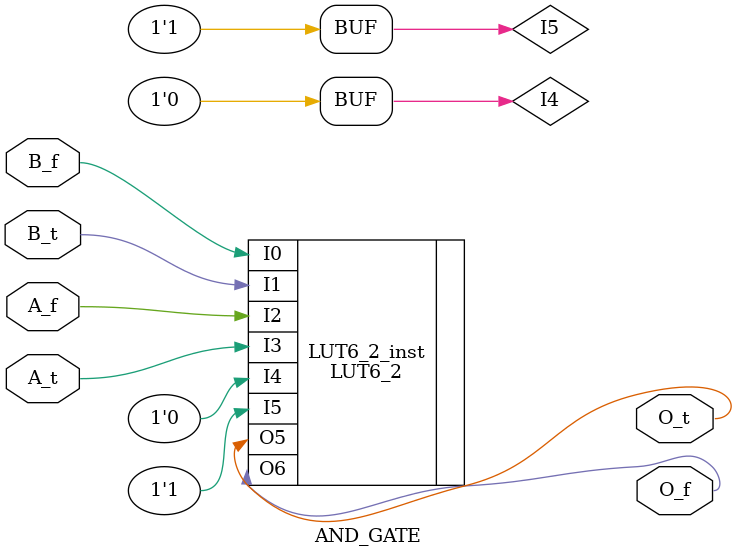
<source format=v>
module AND_GATE(input A_t, input A_f, input B_t, input B_f, 		//true data in #1 
	output O_t,		//true data out
	output O_f		//false data out
);


wire I4,I5;

assign I5 = 1;
assign I4 = 0;


//LUT6_2 valid **ONLY** in Virtex-5, Virtex-6, Spartan-6

LUT6_2 #(
.INIT(64'h0000026000000400) // Specify LUT Contents acording to Truth Table for WDDL INVERSE GATE
) LUT6_2_inst (
.O6(O_f), // 6/5-LUT output (1-bit)
.O5(O_t), // 5-LUT output (1-bit)
.I0(B_f), // LUT input (1-bit)
.I1(B_t), // LUT input (1-bit)
.I2(A_f), // LUT input (1-bit)
.I3(A_t), // LUT input (1-bit)
.I4(I4), // LUT input (1-bit)
.I5(I5) // LUT input (1-bit)
);

    
endmodule

</source>
